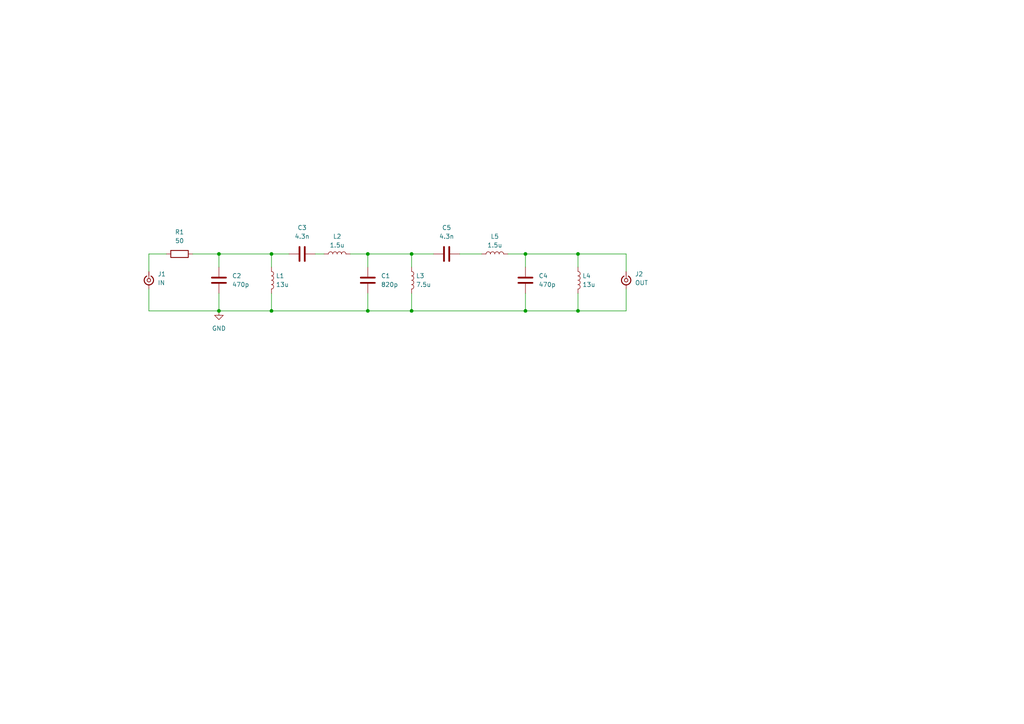
<source format=kicad_sch>
(kicad_sch (version 20231120) (generator "eeschema") (generator_version "8.0")
  (paper "A4")
  (lib_symbols
    (symbol "Connector:Conn_Coaxial_Small" (pin_numbers hide) (pin_names (offset 1.016) hide)
      (property "Reference" "J" (at 0.254 3.048 0))
      (property "Value" "Conn_Coaxial_Small" (at 0 -3.81 0))
      (symbol "Conn_Coaxial_Small_0_1"
        (polyline (pts (xy -2.54 0) (xy -0.508 0)))
        (circle (center 0 0) (radius 0.508) (stroke (width 0.2032)))
      )
      (symbol "Conn_Coaxial_Small_1_1"
        (arc (start -1.1916 -0.6311) (mid 0.327 -1.3081) (end 1.3484 0.0039) (stroke (width 0.3048)))
        (arc (start 1.3484 -0.0039) (mid 0.327 1.3081) (end -1.1916 0.6311) (stroke (width 0.3048)))
        (pin passive line (at -2.54 0 0) (length 1.27) (name "In") (number "1"))
        (pin passive line (at 2.54 0 180) (length 1.27) (name "Ext") (number "2"))
      )
    )
    (symbol "Device:C" (pin_numbers hide) (pin_names (offset 0.254))
      (property "Reference" "C" (at 0.635 2.54 0))
      (property "Value" "C" (at 0.635 -2.54 0))
      (symbol "C_0_1"
        (polyline (pts (xy -2.032 -0.762) (xy 2.032 -0.762)) (stroke (width 0.508)))
        (polyline (pts (xy -2.032 0.762) (xy 2.032 0.762)) (stroke (width 0.508)))
      )
      (symbol "C_1_1"
        (pin passive line (at 0 3.81 270) (length 2.794) (name "~") (number "1"))
        (pin passive line (at 0 -3.81 90) (length 2.794) (name "~") (number "2"))
      )
    )
    (symbol "Device:L" (pin_numbers hide) (pin_names (offset 1.016) hide)
      (property "Reference" "L" (at -1.27 0 90))
      (property "Value" "L" (at 1.905 0 90))
      (symbol "L_0_1"
        (arc (start 0 -2.54) (mid 0.6323 -1.905) (end 0 -1.27))
        (arc (start 0 -1.27) (mid 0.6323 -0.635) (end 0 0))
        (arc (start 0 0) (mid 0.6323 0.635) (end 0 1.27))
        (arc (start 0 1.27) (mid 0.6323 1.905) (end 0 2.54))
      )
      (symbol "L_1_1"
        (pin passive line (at 0 3.81 270) (length 1.27) (name "1") (number "1"))
        (pin passive line (at 0 -3.81 90) (length 1.27) (name "2") (number "2"))
      )
    )
    (symbol "Device:R" (pin_numbers hide) (pin_names (offset 0))
      (property "Reference" "R" (at 2.032 0 90))
      (property "Value" "R" (at 0 0 90))
      (symbol "R_0_1"
        (rectangle (start -1.016 -2.54) (end 1.016 2.54) (stroke (width 0.254)))
      )
      (symbol "R_1_1"
        (pin passive line (at 0 3.81 270) (length 1.27) (name "~") (number "1"))
        (pin passive line (at 0 -3.81 90) (length 1.27) (name "~") (number "2"))
      )
    )
    (symbol "power:GND" (power) (pin_numbers hide) (pin_names (offset 0) hide)
      (property "Value" "GND" (at 0 -3.81 0))
      (symbol "GND_0_1"
        (polyline (pts (xy 0 0) (xy 0 -1.27) (xy 1.27 -1.27) (xy 0 -2.54) (xy -1.27 -1.27) (xy 0 -1.27)))
      )
      (symbol "GND_1_1"
        (pin power_in line (at 0 0 270) (length 0) (name "~") (number "1"))
      )
    )
  )
  (junction (at 119.38 90.17))
  (junction (at 106.68 73.66))
  (junction (at 152.4 90.17))
  (junction (at 63.5 73.66))
  (junction (at 106.68 90.17))
  (junction (at 78.74 73.66))
  (junction (at 167.64 73.66))
  (junction (at 119.38 73.66))
  (junction (at 152.4 73.66))
  (junction (at 78.74 90.17))
  (junction (at 167.64 90.17))
  (junction (at 63.5 90.17))
  (wire (pts (xy 147.32 73.66) (xy 152.4 73.66)))
  (wire (pts (xy 63.5 73.66) (xy 78.74 73.66)))
  (wire (pts (xy 152.4 73.66) (xy 152.4 77.47)))
  (wire (pts (xy 106.68 90.17) (xy 78.74 90.17)))
  (wire (pts (xy 63.5 85.09) (xy 63.5 90.17)))
  (wire (pts (xy 119.38 73.66) (xy 125.73 73.66)))
  (wire (pts (xy 43.18 83.82) (xy 43.18 90.17)))
  (wire (pts (xy 152.4 85.09) (xy 152.4 90.17)))
  (wire (pts (xy 101.6 73.66) (xy 106.68 73.66)))
  (wire (pts (xy 78.74 85.09) (xy 78.74 90.17)))
  (wire (pts (xy 119.38 77.47) (xy 119.38 73.66)))
  (wire (pts (xy 78.74 73.66) (xy 78.74 77.47)))
  (wire (pts (xy 106.68 90.17) (xy 119.38 90.17)))
  (wire (pts (xy 181.61 83.82) (xy 181.61 90.17)))
  (wire (pts (xy 181.61 78.74) (xy 181.61 73.66)))
  (wire (pts (xy 106.68 85.09) (xy 106.68 90.17)))
  (wire (pts (xy 78.74 90.17) (xy 63.5 90.17)))
  (wire (pts (xy 181.61 90.17) (xy 167.64 90.17)))
  (wire (pts (xy 167.64 73.66) (xy 181.61 73.66)))
  (wire (pts (xy 106.68 73.66) (xy 119.38 73.66)))
  (wire (pts (xy 48.26 73.66) (xy 43.18 73.66)))
  (wire (pts (xy 119.38 85.09) (xy 119.38 90.17)))
  (wire (pts (xy 167.64 85.09) (xy 167.64 90.17)))
  (wire (pts (xy 78.74 73.66) (xy 83.82 73.66)))
  (wire (pts (xy 152.4 73.66) (xy 167.64 73.66)))
  (wire (pts (xy 167.64 73.66) (xy 167.64 77.47)))
  (wire (pts (xy 43.18 73.66) (xy 43.18 78.74)))
  (wire (pts (xy 133.35 73.66) (xy 139.7 73.66)))
  (wire (pts (xy 106.68 73.66) (xy 106.68 77.47)))
  (wire (pts (xy 167.64 90.17) (xy 152.4 90.17)))
  (wire (pts (xy 119.38 90.17) (xy 152.4 90.17)))
  (wire (pts (xy 43.18 90.17) (xy 63.5 90.17)))
  (wire (pts (xy 91.44 73.66) (xy 93.98 73.66)))
  (wire (pts (xy 55.88 73.66) (xy 63.5 73.66)))
  (wire (pts (xy 63.5 73.66) (xy 63.5 77.47)))
  (symbol (lib_id "Device:C") (at 106.68 81.28 180) (unit 1)
    (property "Reference" "C1" (at 110.49 80.0099 0) (effects (justify right)))
    (property "Value" "820p" (at 110.49 82.5499 0) (effects (justify right)))
    (property "Footprint" "Capacitor_THT:C_Disc_D3.8mm_W2.6mm_P2.50mm" (effects (hide yes)))
    (property "Description" "Unpolarized capacitor" (effects (hide yes)))
  )
  (symbol (lib_id "Device:L") (at 97.79 73.66 90) (unit 1)
    (property "Reference" "L2" (at 97.79 68.58 90))
    (property "Value" "1.5u" (at 97.79 71.12 90))
    (property "Footprint" "Inductor_THT:L_Toroid_Vertical_L10.0mm_W5.0mm_P5.08mm" (effects (hide yes)))
    (property "Description" "Inductor" (effects (hide yes)))
  )
  (symbol (lib_id "Device:C") (at 87.63 73.66 90) (unit 1)
    (property "Reference" "C3" (at 87.63 66.04 90))
    (property "Value" "4.3n" (at 87.63 68.58 90))
    (property "Footprint" "Capacitor_THT:C_Disc_D3.8mm_W2.6mm_P2.50mm" (effects (hide yes)))
    (property "Description" "Unpolarized capacitor" (effects (hide yes)))
  )
  (symbol (lib_id "Connector:Conn_Coaxial_Small") (at 43.18 81.28 270) (unit 1)
    (property "Reference" "J1" (at 45.72 79.4903 90) (effects (justify left)))
    (property "Value" "IN" (at 45.72 82.0303 90) (effects (justify left)))
    (property "Footprint" "Connector_Coaxial:SMA_Amphenol_901-144_Vertical" (effects (hide yes)))
    (property "Datasheet" " ~" (effects (hide yes)))
    (property "Description" "small coaxial connector (BNC, SMA, SMB, SMC, Cinch/RCA, LEMO, ...)" (effects (hide yes)))
  )
  (symbol (lib_id "Device:C") (at 129.54 73.66 90) (unit 1)
    (property "Reference" "C5" (at 129.54 66.04 90))
    (property "Value" "4.3n" (at 129.54 68.58 90))
    (property "Footprint" "Capacitor_THT:C_Disc_D3.8mm_W2.6mm_P2.50mm" (effects (hide yes)))
    (property "Description" "Unpolarized capacitor" (effects (hide yes)))
  )
  (symbol (lib_id "Connector:Conn_Coaxial_Small") (at 181.61 81.28 270) (unit 1)
    (property "Reference" "J2" (at 184.15 79.4903 90) (effects (justify left)))
    (property "Value" "OUT" (at 184.15 82.0303 90) (effects (justify left)))
    (property "Footprint" "Connector_Coaxial:SMA_Amphenol_901-144_Vertical" (effects (hide yes)))
    (property "Datasheet" " ~" (effects (hide yes)))
    (property "Description" "small coaxial connector (BNC, SMA, SMB, SMC, Cinch/RCA, LEMO, ...)" (effects (hide yes)))
  )
  (symbol (lib_id "Device:L") (at 119.38 81.28 0) (unit 1)
    (property "Reference" "L3" (at 120.65 80.0099 0) (effects (justify left)))
    (property "Value" "7.5u" (at 120.65 82.5499 0) (effects (justify left)))
    (property "Footprint" "Inductor_THT:L_Toroid_Vertical_L10.0mm_W5.0mm_P5.08mm" (effects (hide yes)))
    (property "Description" "Inductor" (effects (hide yes)))
  )
  (symbol (lib_id "Device:C") (at 63.5 81.28 0) (unit 1)
    (property "Reference" "C2" (at 67.31 80.0099 0) (effects (justify left)))
    (property "Value" "470p" (at 67.31 82.5499 0) (effects (justify left)))
    (property "Footprint" "Capacitor_THT:C_Disc_D3.8mm_W2.6mm_P2.50mm" (effects (hide yes)))
    (property "Description" "Unpolarized capacitor" (effects (hide yes)))
  )
  (symbol (lib_id "power:GND") (at 63.5 90.17 0) (unit 1)
    (property "Reference" "#PWR01" (effects (hide yes)))
    (property "Value" "GND" (at 63.5 95.25 0))
    (property "Description" "Power symbol creates a global label with name \"GND\" , ground" (effects (hide yes)))
  )
  (symbol (lib_id "Device:L") (at 143.51 73.66 90) (unit 1)
    (property "Reference" "L5" (at 143.51 68.58 90))
    (property "Value" "1.5u" (at 143.51 71.12 90))
    (property "Footprint" "Inductor_THT:L_Toroid_Vertical_L10.0mm_W5.0mm_P5.08mm" (effects (hide yes)))
    (property "Description" "Inductor" (effects (hide yes)))
  )
  (symbol (lib_id "Device:L") (at 78.74 81.28 0) (unit 1)
    (property "Reference" "L1" (at 80.01 80.0099 0) (effects (justify left)))
    (property "Value" "13u" (at 80.01 82.5499 0) (effects (justify left)))
    (property "Footprint" "Inductor_THT:L_Toroid_Vertical_L10.0mm_W5.0mm_P5.08mm" (effects (hide yes)))
    (property "Description" "Inductor" (effects (hide yes)))
  )
  (symbol (lib_id "Device:C") (at 152.4 81.28 0) (unit 1)
    (property "Reference" "C4" (at 156.21 80.0099 0) (effects (justify left)))
    (property "Value" "470p" (at 156.21 82.5499 0) (effects (justify left)))
    (property "Footprint" "Capacitor_THT:C_Disc_D3.8mm_W2.6mm_P2.50mm" (effects (hide yes)))
    (property "Description" "Unpolarized capacitor" (effects (hide yes)))
  )
  (symbol (lib_id "Device:R") (at 52.07 73.66 90) (unit 1)
    (property "Reference" "R1" (at 52.07 67.31 90))
    (property "Value" "50" (at 52.07 69.85 90))
    (property "Footprint" "Resistor_THT:R_Axial_DIN0204_L3.6mm_D1.6mm_P7.62mm_Horizontal" (effects (hide yes)))
    (property "Description" "Resistor" (effects (hide yes)))
  )
  (symbol (lib_id "Device:L") (at 167.64 81.28 0) (unit 1)
    (property "Reference" "L4" (at 168.91 80.0099 0) (effects (justify left)))
    (property "Value" "13u" (at 168.91 82.5499 0) (effects (justify left)))
    (property "Footprint" "Inductor_THT:L_Toroid_Vertical_L10.0mm_W5.0mm_P5.08mm" (effects (hide yes)))
    (property "Description" "Inductor" (effects (hide yes)))
  )
)
</source>
